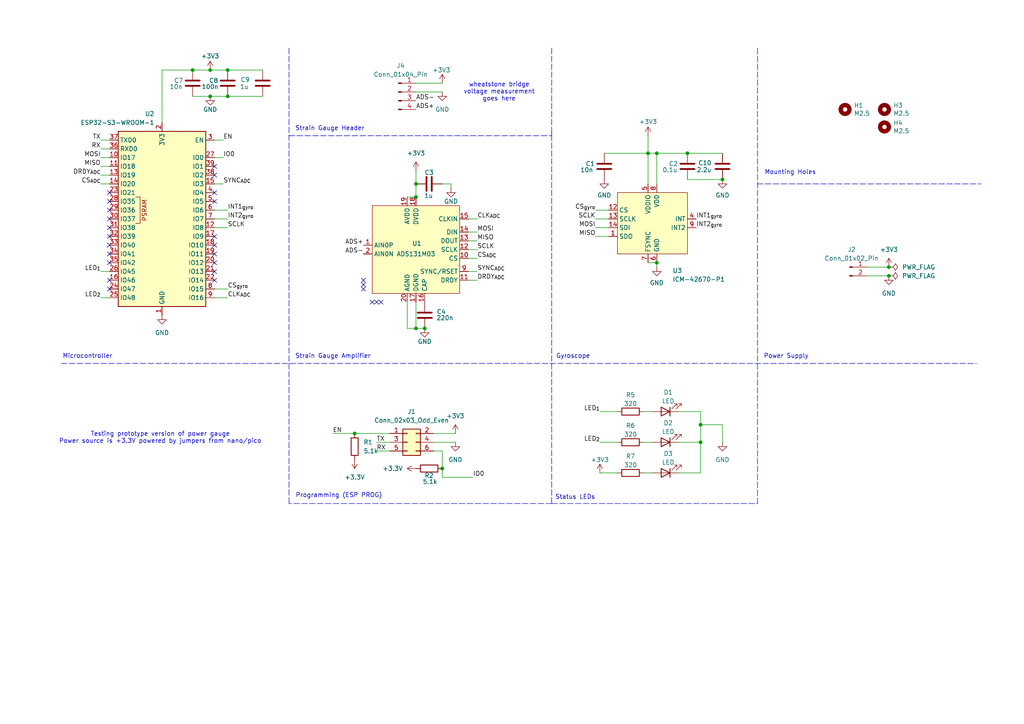
<source format=kicad_sch>
(kicad_sch (version 20250114) (generator "eeschema") (generator_version "9.0")
  (paper "A4")
  (lib_symbols
    (symbol "+3.3V_1" (power) (pin_numbers (hide yes)) (pin_names (offset 0) (hide yes))
      (property "Value" "+3.3V" (at 0 3.556 0))
      (symbol "+3.3V_1_0_1"
        (polyline (pts (xy -0.762 1.27) (xy 0 2.54)))
        (polyline (pts (xy 0 2.54) (xy 0.762 1.27)))
        (polyline (pts (xy 0 0) (xy 0 2.54)))
      )
      (symbol "+3.3V_1_1_1"
        (pin power_in line (at 0 0 90) (length 0) (name "~") (number "1"))
      )
    )
    (symbol "0_pwrmtr:ADS131M03"
      (property "Reference" "ADS131M03" (at -19.05 15.24 0))
      (symbol "ADS131M03_1_1"
        (rectangle (start -12.7 12.7) (end 12.7 -12.7) (fill (type background)))
        (pin input line (at -15.24 1.27 0) (length 2.54) (name "AIN0P") (number "1"))
        (pin input line (at -15.24 -1.27 0) (length 2.54) (name "AIN0N") (number "2"))
        (pin input line (at -15.24 -8.89 0) (length 2.54) (hide yes) (name "AIN1N") (number "3"))
        (pin input line (at -15.24 -10.16 0) (length 2.54) (hide yes) (name "AIN1P") (number "4"))
        (pin input line (at -15.24 -11.43 0) (length 2.54) (hide yes) (name "AIN2P") (number "5"))
        (pin input line (at -12.7 -15.24 90) (length 2.54) (hide yes) (name "AIN2N") (number "6"))
        (pin input line (at -11.43 -15.24 90) (length 2.54) (hide yes) (name "NC") (number "7"))
        (pin input line (at -10.16 -15.24 90) (length 2.54) (hide yes) (name "NC") (number "8"))
        (pin input line (at -2.54 15.24 270) (length 2.54) (name "AVDD") (number "19"))
        (pin input line (at -2.54 -15.24 90) (length 2.54) (name "AGND") (number "20"))
        (pin input line (at 0 15.24 270) (length 2.54) (name "DVDD") (number "18"))
        (pin input line (at 0 -15.24 90) (length 2.54) (name "DGND") (number "17"))
        (pin input line (at 2.54 -15.24 90) (length 2.54) (name "CAP") (number "16"))
        (pin input line (at 15.24 8.89 180) (length 2.54) (name "CLKIN") (number "15"))
        (pin input line (at 15.24 5.08 180) (length 2.54) (name "DIN") (number "14"))
        (pin input line (at 15.24 2.54 180) (length 2.54) (name "DOUT") (number "13"))
        (pin input line (at 15.24 0 180) (length 2.54) (name "SCLK") (number "12"))
        (pin input line (at 15.24 -2.54 180) (length 2.54) (name "CS") (number "10"))
        (pin input line (at 15.24 -6.35 180) (length 2.54) (name "SYNC/RSET") (number "9"))
        (pin input line (at 15.24 -8.89 180) (length 2.54) (name "DRDY") (number "11"))
      )
    )
    (symbol "0_pwrmtr:ICM-42670-P"
      (property "Reference" "ICM-42670-P" (at -21.59 12.7 0))
      (symbol "ICM-42670-P_1_1"
        (rectangle (start -10.16 8.89) (end 10.16 -8.89) (fill (type background)))
        (pin input line (at -12.7 3.81 0) (length 2.54) (name "CS") (number "12"))
        (pin input line (at -12.7 1.27 0) (length 2.54) (name "SCLK") (number "13"))
        (pin input line (at -12.7 -1.27 0) (length 2.54) (name "SDI") (number "14"))
        (pin input line (at -12.7 -3.81 0) (length 2.54) (name "SDO") (number "1"))
        (pin no_connect line (at -7.62 11.43 270) (length 2.54) (hide yes) (name "NC") (number "2"))
        (pin no_connect line (at -5.08 11.43 270) (length 2.54) (hide yes) (name "NC") (number "3"))
        (pin input line (at -1.27 11.43 270) (length 2.54) (name "VDDIO") (number "5"))
        (pin input line (at -1.27 -11.43 90) (length 2.54) (name "FSYNC") (number "7"))
        (pin input line (at 1.27 11.43 270) (length 2.54) (name "VDD") (number "8"))
        (pin input line (at 1.27 -11.43 90) (length 2.54) (name "GND") (number "6"))
        (pin no_connect line (at 5.08 11.43 270) (length 2.54) (hide yes) (name "NC") (number "10"))
        (pin no_connect line (at 7.62 11.43 270) (length 2.54) (hide yes) (name "NC") (number "11"))
        (pin input line (at 12.7 1.27 180) (length 2.54) (name "INT") (number "4"))
        (pin input line (at 12.7 -1.27 180) (length 2.54) (name "INT2") (number "9"))
      )
    )
    (symbol "Connector:Conn_01x02_Pin" (pin_names (offset 1.016) (hide yes))
      (property "Reference" "J" (at 0 2.54 0))
      (property "Value" "Conn_01x02_Pin" (at 0 -5.08 0))
      (symbol "Conn_01x02_Pin_1_1"
        (rectangle (start 0.8636 0.127) (end 0 -0.127) (stroke (width 0.1524)) (fill (type outline)))
        (rectangle (start 0.8636 -2.413) (end 0 -2.667) (stroke (width 0.1524)) (fill (type outline)))
        (polyline (pts (xy 1.27 0) (xy 0.8636 0)) (stroke (width 0.1524)))
        (polyline (pts (xy 1.27 -2.54) (xy 0.8636 -2.54)) (stroke (width 0.1524)))
        (pin passive line (at 5.08 0 180) (length 3.81) (name "Pin_1") (number "1"))
        (pin passive line (at 5.08 -2.54 180) (length 3.81) (name "Pin_2") (number "2"))
      )
    )
    (symbol "Connector:Conn_01x04_Pin" (pin_names (offset 1.016) (hide yes))
      (property "Reference" "J" (at 0 5.08 0))
      (property "Value" "Conn_01x04_Pin" (at 0 -7.62 0))
      (symbol "Conn_01x04_Pin_1_1"
        (rectangle (start 0.8636 2.667) (end 0 2.413) (stroke (width 0.1524)) (fill (type outline)))
        (rectangle (start 0.8636 0.127) (end 0 -0.127) (stroke (width 0.1524)) (fill (type outline)))
        (rectangle (start 0.8636 -2.413) (end 0 -2.667) (stroke (width 0.1524)) (fill (type outline)))
        (rectangle (start 0.8636 -4.953) (end 0 -5.207) (stroke (width 0.1524)) (fill (type outline)))
        (polyline (pts (xy 1.27 2.54) (xy 0.8636 2.54)) (stroke (width 0.1524)))
        (polyline (pts (xy 1.27 0) (xy 0.8636 0)) (stroke (width 0.1524)))
        (polyline (pts (xy 1.27 -2.54) (xy 0.8636 -2.54)) (stroke (width 0.1524)))
        (polyline (pts (xy 1.27 -5.08) (xy 0.8636 -5.08)) (stroke (width 0.1524)))
        (pin passive line (at 5.08 2.54 180) (length 3.81) (name "Pin_1") (number "1"))
        (pin passive line (at 5.08 0 180) (length 3.81) (name "Pin_2") (number "2"))
        (pin passive line (at 5.08 -2.54 180) (length 3.81) (name "Pin_3") (number "3"))
        (pin passive line (at 5.08 -5.08 180) (length 3.81) (name "Pin_4") (number "4"))
      )
    )
    (symbol "Connector_Generic:Conn_02x03_Odd_Even" (pin_names (offset 1.016) (hide yes))
      (property "Reference" "J" (at 1.27 5.08 0))
      (property "Value" "Conn_02x03_Odd_Even" (at 1.27 -5.08 0))
      (symbol "Conn_02x03_Odd_Even_1_1"
        (rectangle (start -1.27 3.81) (end 3.81 -3.81) (stroke (width 0.254)) (fill (type background)))
        (rectangle (start -1.27 2.667) (end 0 2.413) (stroke (width 0.1524)))
        (rectangle (start -1.27 0.127) (end 0 -0.127) (stroke (width 0.1524)))
        (rectangle (start -1.27 -2.413) (end 0 -2.667) (stroke (width 0.1524)))
        (rectangle (start 3.81 2.667) (end 2.54 2.413) (stroke (width 0.1524)))
        (rectangle (start 3.81 0.127) (end 2.54 -0.127) (stroke (width 0.1524)))
        (rectangle (start 3.81 -2.413) (end 2.54 -2.667) (stroke (width 0.1524)))
        (pin passive line (at -5.08 2.54 0) (length 3.81) (name "Pin_1") (number "1"))
        (pin passive line (at -5.08 0 0) (length 3.81) (name "Pin_3") (number "3"))
        (pin passive line (at -5.08 -2.54 0) (length 3.81) (name "Pin_5") (number "5"))
        (pin passive line (at 7.62 2.54 180) (length 3.81) (name "Pin_2") (number "2"))
        (pin passive line (at 7.62 0 180) (length 3.81) (name "Pin_4") (number "4"))
        (pin passive line (at 7.62 -2.54 180) (length 3.81) (name "Pin_6") (number "6"))
      )
    )
    (symbol "Device:C" (pin_numbers (hide yes)) (pin_names (offset 0.254))
      (property "Reference" "C" (at 0.635 2.54 0))
      (property "Value" "C" (at 0.635 -2.54 0))
      (symbol "C_0_1"
        (polyline (pts (xy -2.032 0.762) (xy 2.032 0.762)) (stroke (width 0.508)))
        (polyline (pts (xy -2.032 -0.762) (xy 2.032 -0.762)) (stroke (width 0.508)))
      )
      (symbol "C_1_1"
        (pin passive line (at 0 3.81 270) (length 2.794) (name "~") (number "1"))
        (pin passive line (at 0 -3.81 90) (length 2.794) (name "~") (number "2"))
      )
    )
    (symbol "Device:LED" (pin_numbers (hide yes)) (pin_names (offset 1.016) (hide yes))
      (property "Reference" "D" (at 0 2.54 0))
      (property "Value" "LED" (at 0 -2.54 0))
      (symbol "LED_0_1"
        (polyline (pts (xy -3.048 -0.762) (xy -4.572 -2.286) (xy -3.81 -2.286) (xy -4.572 -2.286) (xy -4.572 -1.524)))
        (polyline (pts (xy -1.778 -0.762) (xy -3.302 -2.286) (xy -2.54 -2.286) (xy -3.302 -2.286) (xy -3.302 -1.524)))
        (polyline (pts (xy -1.27 0) (xy 1.27 0)))
        (polyline (pts (xy -1.27 -1.27) (xy -1.27 1.27)) (stroke (width 0.254)))
        (polyline (pts (xy 1.27 -1.27) (xy 1.27 1.27) (xy -1.27 0) (xy 1.27 -1.27)) (stroke (width 0.254)))
      )
      (symbol "LED_1_1"
        (pin passive line (at -3.81 0 0) (length 2.54) (name "K") (number "1"))
        (pin passive line (at 3.81 0 180) (length 2.54) (name "A") (number "2"))
      )
    )
    (symbol "Device:R" (pin_numbers (hide yes)) (pin_names (offset 0))
      (property "Reference" "R" (at 2.032 0 90))
      (property "Value" "R" (at 0 0 90))
      (symbol "R_0_1"
        (rectangle (start -1.016 -2.54) (end 1.016 2.54) (stroke (width 0.254)))
      )
      (symbol "R_1_1"
        (pin passive line (at 0 3.81 270) (length 1.27) (name "~") (number "1"))
        (pin passive line (at 0 -3.81 90) (length 1.27) (name "~") (number "2"))
      )
    )
    (symbol "Mechanical:MountingHole" (pin_names (offset 1.016))
      (property "Reference" "H" (at 0 5.08 0))
      (property "Value" "MountingHole" (at 0 3.175 0))
      (symbol "MountingHole_0_1"
        (circle (center 0 0) (radius 1.27) (stroke (width 1.27)))
      )
    )
    (symbol "RF_Module:ESP32-S3-WROOM-1"
      (property "Reference" "U" (at -12.7 26.67 0))
      (property "Value" "ESP32-S3-WROOM-1" (at 12.7 26.67 0))
      (symbol "ESP32-S3-WROOM-1_0_0"
        (rectangle (start -12.7 25.4) (end 12.7 -25.4) (stroke (width 0.254)) (fill (type background)))
        (text "PSRAM" (at 5.08 2.54 900) (effects (font (size 1.27 1.27))))
      )
      (symbol "ESP32-S3-WROOM-1_0_1"
        (polyline (pts (xy 7.62 -1.27) (xy 6.35 -1.27) (xy 6.35 6.35) (xy 7.62 6.35)))
      )
      (symbol "ESP32-S3-WROOM-1_1_1"
        (pin input line (at -15.24 22.86 0) (length 2.54) (name "EN") (number "3"))
        (pin bidirectional line (at -15.24 17.78 0) (length 2.54) (name "IO0") (number "27"))
        (pin bidirectional line (at -15.24 15.24 0) (length 2.54) (name "IO1") (number "39"))
        (pin bidirectional line (at -15.24 12.7 0) (length 2.54) (name "IO2") (number "38"))
        (pin bidirectional line (at -15.24 10.16 0) (length 2.54) (name "IO3") (number "15"))
        (pin bidirectional line (at -15.24 7.62 0) (length 2.54) (name "IO4") (number "4"))
        (pin bidirectional line (at -15.24 5.08 0) (length 2.54) (name "IO5") (number "5"))
        (pin bidirectional line (at -15.24 2.54 0) (length 2.54) (name "IO6") (number "6"))
        (pin bidirectional line (at -15.24 0 0) (length 2.54) (name "IO7") (number "7"))
        (pin bidirectional line (at -15.24 -2.54 0) (length 2.54) (name "IO8") (number "12"))
        (pin bidirectional line (at -15.24 -5.08 0) (length 2.54) (name "IO9") (number "17"))
        (pin bidirectional line (at -15.24 -7.62 0) (length 2.54) (name "IO10") (number "18"))
        (pin bidirectional line (at -15.24 -10.16 0) (length 2.54) (name "IO11") (number "19"))
        (pin bidirectional line (at -15.24 -12.7 0) (length 2.54) (name "IO12") (number "20"))
        (pin bidirectional line (at -15.24 -15.24 0) (length 2.54) (name "IO13") (number "21"))
        (pin bidirectional line (at -15.24 -17.78 0) (length 2.54) (name "IO14") (number "22"))
        (pin bidirectional line (at -15.24 -20.32 0) (length 2.54) (name "IO15") (number "8"))
        (pin bidirectional line (at -15.24 -22.86 0) (length 2.54) (name "IO16") (number "9"))
        (pin power_in line (at 0 27.94 270) (length 2.54) (name "3V3") (number "2"))
        (pin power_in line (at 0 -27.94 90) (length 2.54) (name "GND") (number "1"))
        (pin passive line (at 0 -27.94 90) (length 2.54) (hide yes) (name "GND") (number "40"))
        (pin passive line (at 0 -27.94 90) (length 2.54) (hide yes) (name "GND") (number "41"))
        (pin bidirectional line (at 15.24 22.86 180) (length 2.54) (name "TXD0") (number "37"))
        (pin bidirectional line (at 15.24 20.32 180) (length 2.54) (name "RXD0") (number "36"))
        (pin bidirectional line (at 15.24 17.78 180) (length 2.54) (name "IO17") (number "10"))
        (pin bidirectional line (at 15.24 15.24 180) (length 2.54) (name "IO18") (number "11"))
        (pin bidirectional line (at 15.24 12.7 180) (length 2.54) (name "IO19") (number "13"))
        (pin bidirectional line (at 15.24 10.16 180) (length 2.54) (name "IO20") (number "14"))
        (pin bidirectional line (at 15.24 7.62 180) (length 2.54) (name "IO21") (number "23"))
        (pin bidirectional line (at 15.24 5.08 180) (length 2.54) (name "IO35") (number "28"))
        (pin bidirectional line (at 15.24 2.54 180) (length 2.54) (name "IO36") (number "29"))
        (pin bidirectional line (at 15.24 0 180) (length 2.54) (name "IO37") (number "30"))
        (pin bidirectional line (at 15.24 -2.54 180) (length 2.54) (name "IO38") (number "31"))
        (pin bidirectional line (at 15.24 -5.08 180) (length 2.54) (name "IO39") (number "32"))
        (pin bidirectional line (at 15.24 -7.62 180) (length 2.54) (name "IO40") (number "33"))
        (pin bidirectional line (at 15.24 -10.16 180) (length 2.54) (name "IO41") (number "34"))
        (pin bidirectional line (at 15.24 -12.7 180) (length 2.54) (name "IO42") (number "35"))
        (pin bidirectional line (at 15.24 -15.24 180) (length 2.54) (name "IO45") (number "26"))
        (pin bidirectional line (at 15.24 -17.78 180) (length 2.54) (name "IO46") (number "16"))
        (pin bidirectional line (at 15.24 -20.32 180) (length 2.54) (name "IO47") (number "24"))
        (pin bidirectional line (at 15.24 -22.86 180) (length 2.54) (name "IO48") (number "25"))
      )
    )
    (symbol "power:+3.3V" (power) (pin_names (offset 0))
      (property "Value" "+3.3V" (at 0 3.556 0))
      (symbol "+3.3V_0_1"
        (polyline (pts (xy -0.762 1.27) (xy 0 2.54)))
        (polyline (pts (xy 0 2.54) (xy 0.762 1.27)))
        (polyline (pts (xy 0 0) (xy 0 2.54)))
      )
      (symbol "+3.3V_1_1"
        (pin power_in line (at 0 0 90) (length 0) (hide yes) (name "+3.3V") (number "1"))
      )
    )
    (symbol "power:+3V3" (power) (pin_numbers (hide yes)) (pin_names (offset 0) (hide yes))
      (property "Value" "+3V3" (at 0 3.556 0))
      (symbol "+3V3_0_1"
        (polyline (pts (xy -0.762 1.27) (xy 0 2.54)))
        (polyline (pts (xy 0 2.54) (xy 0.762 1.27)))
        (polyline (pts (xy 0 0) (xy 0 2.54)))
      )
      (symbol "+3V3_1_1"
        (pin power_in line (at 0 0 90) (length 0) (name "~") (number "1"))
      )
    )
    (symbol "power:GND" (power) (pin_numbers (hide yes)) (pin_names (offset 0) (hide yes))
      (property "Value" "GND" (at 0 -3.81 0))
      (symbol "GND_0_1"
        (polyline (pts (xy 0 0) (xy 0 -1.27) (xy 1.27 -1.27) (xy 0 -2.54) (xy -1.27 -1.27) (xy 0 -1.27)))
      )
      (symbol "GND_1_1"
        (pin power_in line (at 0 0 270) (length 0) (name "~") (number "1"))
      )
    )
    (symbol "power:PWR_FLAG" (power) (pin_numbers (hide yes)) (pin_names (offset 0) (hide yes))
      (property "Value" "PWR_FLAG" (at 0 3.81 0))
      (symbol "PWR_FLAG_0_0"
        (pin power_out line (at 0 0 90) (length 0) (name "~") (number "1"))
      )
      (symbol "PWR_FLAG_0_1"
        (polyline (pts (xy 0 0) (xy 0 1.27) (xy -1.016 1.905) (xy 0 2.54) (xy 1.016 1.905) (xy 0 1.27)))
      )
    )
  )
  (text "Programming (ESP PROG)" (at 98.298 143.764 0) (effects (font (size 1.27 1.27))))
  (text "Strain Gauge Amplifier" (at 85.598 103.378 0) (effects (font (size 1.27 1.27)) (justify left)))
  (text "Strain Gauge Header" (at 85.598 37.338 0) (effects (font (size 1.27 1.27)) (justify left)))
  (text "Gyroscope" (at 161.29 103.378 0) (effects (font (size 1.27 1.27)) (justify left)))
  (text "Microcontroller" (at 25.4 103.378 0) (effects (font (size 1.27 1.27))))
  (text "Status LEDs" (at 161.036 144.272 0) (effects (font (size 1.27 1.27)) (justify left)))
  (text "Testing prototype version of power gauge\nPower source is +3.3V powered by jumpers from nano/pico" (at 46.482 127 0) (effects (font (size 1.27 1.27))))
  (text "wheatstone bridge\nvoltage measurement\ngoes here" (at 144.78 26.67 0) (effects (font (size 1.27 1.27))))
  (text "Mounting Holes" (at 221.742 50.8 0) (effects (font (size 1.27 1.27)) (justify left bottom)))
  (text "Power Supply" (at 221.488 103.378 0) (effects (font (size 1.27 1.27)) (justify left)))
  (junction (at 190.5 44.45))
  (junction (at 60.96 20.32))
  (junction (at 257.81 77.47))
  (junction (at 123.19 95.25))
  (junction (at 120.65 53.34))
  (junction (at 66.04 20.32))
  (junction (at 120.65 57.15))
  (junction (at 102.87 125.73))
  (junction (at 60.96 27.94))
  (junction (at 66.04 27.94))
  (junction (at 203.2 128.27))
  (junction (at 187.96 44.45))
  (junction (at 203.2 123.19))
  (junction (at 55.88 20.32))
  (junction (at 190.5 76.2))
  (junction (at 257.81 80.01))
  (junction (at 199.39 44.45))
  (junction (at 209.55 52.07))
  (junction (at 128.27 135.89))
  (junction (at 120.65 95.25))
  (no_connect (at 62.23 81.28))
  (no_connect (at 62.23 68.58))
  (no_connect (at 62.23 78.74))
  (no_connect (at 62.23 73.66))
  (no_connect (at 62.23 55.88))
  (no_connect (at 31.75 76.2))
  (no_connect (at 31.75 83.82))
  (no_connect (at 31.75 71.12))
  (no_connect (at 31.75 63.5))
  (no_connect (at 31.75 68.58))
  (no_connect (at 31.75 81.28))
  (no_connect (at 62.23 50.8))
  (no_connect (at 62.23 76.2))
  (no_connect (at 105.41 81.28))
  (no_connect (at 105.41 82.55))
  (no_connect (at 105.41 83.82))
  (no_connect (at 62.23 48.26))
  (no_connect (at 31.75 55.88))
  (no_connect (at 31.75 58.42))
  (no_connect (at 31.75 66.04))
  (no_connect (at 62.23 71.12))
  (no_connect (at 107.95 87.63))
  (no_connect (at 62.23 58.42))
  (no_connect (at 109.22 87.63))
  (no_connect (at 110.49 87.63))
  (no_connect (at 31.75 60.96))
  (no_connect (at 31.75 73.66))
  (wire (pts (xy 62.23 40.64) (xy 64.77 40.64)))
  (polyline (pts (xy 83.82 105.41) (xy 83.82 146.05)) (stroke (width 0) (type dash)))
  (wire (pts (xy 109.22 130.81) (xy 113.03 130.81)))
  (polyline (pts (xy 160.02 105.41) (xy 160.02 146.05)) (stroke (width 0) (type dash)))
  (wire (pts (xy 29.21 53.34) (xy 31.75 53.34)))
  (wire (pts (xy 203.2 128.27) (xy 203.2 137.16)))
  (wire (pts (xy 172.72 63.5) (xy 176.53 63.5)))
  (wire (pts (xy 128.27 130.81) (xy 125.73 130.81)))
  (wire (pts (xy 60.96 27.94) (xy 66.04 27.94)))
  (wire (pts (xy 46.99 20.32) (xy 55.88 20.32)))
  (wire (pts (xy 120.65 87.63) (xy 120.65 95.25)))
  (polyline (pts (xy 160.02 146.05) (xy 83.82 146.05)) (stroke (width 0) (type dash)))
  (wire (pts (xy 62.23 45.72) (xy 64.77 45.72)))
  (wire (pts (xy 66.04 27.94) (xy 76.2 27.94)))
  (wire (pts (xy 66.04 83.82) (xy 62.23 83.82)))
  (polyline (pts (xy 83.82 13.97) (xy 83.82 105.41)) (stroke (width 0) (type dash)))
  (wire (pts (xy 186.69 137.16) (xy 189.23 137.16)))
  (wire (pts (xy 62.23 63.5) (xy 66.04 63.5)))
  (wire (pts (xy 55.88 20.32) (xy 60.96 20.32)))
  (wire (pts (xy 186.69 119.38) (xy 189.23 119.38)))
  (wire (pts (xy 29.21 43.18) (xy 31.75 43.18)))
  (wire (pts (xy 135.89 63.5) (xy 138.43 63.5)))
  (polyline (pts (xy 160.02 146.05) (xy 219.71 146.05)) (stroke (width 0) (type dash)))
  (wire (pts (xy 118.11 95.25) (xy 120.65 95.25)))
  (wire (pts (xy 62.23 86.36) (xy 66.04 86.36)))
  (wire (pts (xy 203.2 119.38) (xy 203.2 123.19)))
  (wire (pts (xy 187.96 44.45) (xy 187.96 53.34)))
  (wire (pts (xy 118.11 87.63) (xy 118.11 95.25)))
  (wire (pts (xy 118.11 57.15) (xy 120.65 57.15)))
  (wire (pts (xy 172.72 60.96) (xy 176.53 60.96)))
  (wire (pts (xy 62.23 53.34) (xy 64.77 53.34)))
  (wire (pts (xy 172.72 68.58) (xy 176.53 68.58)))
  (wire (pts (xy 175.26 44.45) (xy 187.96 44.45)))
  (wire (pts (xy 199.39 44.45) (xy 209.55 44.45)))
  (wire (pts (xy 128.27 24.13) (xy 120.65 24.13)))
  (polyline (pts (xy 160.02 39.37) (xy 160.02 38.1)) (stroke (width 0) (type dash)))
  (wire (pts (xy 257.81 77.47) (xy 251.46 77.47)))
  (wire (pts (xy 187.96 39.37) (xy 187.96 44.45)))
  (polyline (pts (xy 219.71 146.05) (xy 219.71 105.41)) (stroke (width 0) (type dash)))
  (wire (pts (xy 46.99 20.32) (xy 46.99 35.56)))
  (wire (pts (xy 135.89 81.28) (xy 138.43 81.28)))
  (wire (pts (xy 132.08 128.27) (xy 125.73 128.27)))
  (wire (pts (xy 135.89 78.74) (xy 138.43 78.74)))
  (wire (pts (xy 132.08 125.73) (xy 125.73 125.73)))
  (wire (pts (xy 187.96 44.45) (xy 190.5 44.45)))
  (wire (pts (xy 203.2 123.19) (xy 209.55 123.19)))
  (wire (pts (xy 203.2 123.19) (xy 203.2 128.27)))
  (wire (pts (xy 66.04 20.32) (xy 76.2 20.32)))
  (wire (pts (xy 29.21 86.36) (xy 31.75 86.36)))
  (wire (pts (xy 102.87 125.73) (xy 113.03 125.73)))
  (wire (pts (xy 120.65 53.34) (xy 120.65 57.15)))
  (wire (pts (xy 29.21 50.8) (xy 31.75 50.8)))
  (wire (pts (xy 173.99 119.38) (xy 179.07 119.38)))
  (wire (pts (xy 29.21 48.26) (xy 31.75 48.26)))
  (wire (pts (xy 62.23 66.04) (xy 66.04 66.04)))
  (wire (pts (xy 29.21 45.72) (xy 31.75 45.72)))
  (wire (pts (xy 62.23 60.96) (xy 66.04 60.96)))
  (wire (pts (xy 190.5 44.45) (xy 199.39 44.45)))
  (wire (pts (xy 29.21 78.74) (xy 31.75 78.74)))
  (wire (pts (xy 128.27 26.67) (xy 120.65 26.67)))
  (wire (pts (xy 128.27 53.34) (xy 130.81 53.34)))
  (wire (pts (xy 55.88 27.94) (xy 60.96 27.94)))
  (polyline (pts (xy 219.71 13.97) (xy 219.71 105.41)) (stroke (width 0) (type dash)))
  (polyline (pts (xy 83.82 39.37) (xy 160.02 39.37)) (stroke (width 0) (type dash)))
  (wire (pts (xy 96.52 125.73) (xy 102.87 125.73)))
  (wire (pts (xy 135.89 74.93) (xy 138.43 74.93)))
  (wire (pts (xy 190.5 77.47) (xy 190.5 76.2)))
  (wire (pts (xy 196.85 128.27) (xy 203.2 128.27)))
  (wire (pts (xy 190.5 53.34) (xy 190.5 44.45)))
  (wire (pts (xy 29.21 40.64) (xy 31.75 40.64)))
  (wire (pts (xy 130.81 53.34) (xy 130.81 54.61)))
  (wire (pts (xy 251.46 80.01) (xy 257.81 80.01)))
  (wire (pts (xy 173.99 137.16) (xy 179.07 137.16)))
  (wire (pts (xy 60.96 20.32) (xy 66.04 20.32)))
  (wire (pts (xy 196.85 119.38) (xy 203.2 119.38)))
  (wire (pts (xy 120.65 95.25) (xy 123.19 95.25)))
  (wire (pts (xy 120.65 49.53) (xy 120.65 53.34)))
  (wire (pts (xy 209.55 123.19) (xy 209.55 128.27)))
  (polyline (pts (xy 219.71 53.34) (xy 284.48 53.34)) (stroke (width 0) (type dash)))
  (wire (pts (xy 187.96 76.2) (xy 190.5 76.2)))
  (wire (pts (xy 135.89 72.39) (xy 138.43 72.39)))
  (wire (pts (xy 128.27 135.89) (xy 128.27 138.43)))
  (wire (pts (xy 135.89 67.31) (xy 138.43 67.31)))
  (wire (pts (xy 199.39 52.07) (xy 209.55 52.07)))
  (wire (pts (xy 186.69 128.27) (xy 189.23 128.27)))
  (wire (pts (xy 137.16 138.43) (xy 128.27 138.43)))
  (wire (pts (xy 135.89 69.85) (xy 138.43 69.85)))
  (wire (pts (xy 109.22 128.27) (xy 113.03 128.27)))
  (wire (pts (xy 173.99 128.27) (xy 179.07 128.27)))
  (wire (pts (xy 172.72 66.04) (xy 176.53 66.04)))
  (polyline (pts (xy 17.78 105.41) (xy 283.21 105.41)) (stroke (width 0) (type dash)))
  (polyline (pts (xy 160.02 13.97) (xy 160.02 105.41)) (stroke (width 0) (type dash)))
  (wire (pts (xy 128.27 130.81) (xy 128.27 135.89)))
  (wire (pts (xy 196.85 137.16) (xy 203.2 137.16)))
  (label "SYNC_{ADC}" (at 64.77 53.34 0))
  (label "CS_{gyro}" (at 172.72 60.96 180))
  (label "INT2_{gyro}" (at 201.93 66.04 0))
  (label "INT2_{gyro}" (at 66.04 63.5 0))
  (label "IO0" (at 137.16 138.43 0))
  (label "ADS+" (at 105.41 71.12 180))
  (label "DRDY_{ADC}" (at 138.43 81.28 0))
  (label "MISO" (at 138.43 69.85 0))
  (label "SCLK" (at 138.43 72.39 0))
  (label "LED_{1}" (at 29.21 78.74 180))
  (label "CLK_{ADC}" (at 138.43 63.5 0))
  (label "CS_{ADC}" (at 29.21 53.34 180))
  (label "ADS+" (at 120.65 31.75 0))
  (label "EN" (at 64.77 40.64 0))
  (label "LED_{2}" (at 173.99 128.27 180))
  (label "MOSI" (at 29.21 45.72 180))
  (label "CS_{ADC}" (at 138.43 74.93 0))
  (label "INT1_{gyro}" (at 66.04 60.96 0))
  (label "MOSI" (at 138.43 67.31 0))
  (label "ADS-" (at 120.65 29.21 0))
  (label "RX" (at 109.22 130.81 0))
  (label "IO0" (at 64.77 45.72 0))
  (label "SCLK" (at 172.72 63.5 180))
  (label "RX" (at 29.21 43.18 180))
  (label "DRDY_{ADC}" (at 29.21 50.8 180))
  (label "INT1_{gyro}" (at 201.93 63.5 0))
  (label "TX" (at 29.21 40.64 180))
  (label "LED_{1}" (at 173.99 119.38 180))
  (label "SYNC_{ADC}" (at 138.43 78.74 0))
  (label "CLK_{ADC}" (at 66.04 86.36 0))
  (label "TX" (at 109.22 128.27 0))
  (label "LED_{2}" (at 29.21 86.36 180))
  (label "CS_{gyro}" (at 66.04 83.82 0))
  (label "MISO" (at 29.21 48.26 180))
  (label "EN" (at 96.52 125.73 0))
  (label "MOSI" (at 172.72 66.04 180))
  (label "MISO" (at 172.72 68.58 180))
  (label "SCLK" (at 66.04 66.04 0))
  (label "ADS-" (at 105.41 73.66 180))
  (symbol (lib_name "+3.3V_1") (lib_id "power:+3.3V") (at 120.65 135.89 90) (unit 1)
    (property "Reference" "#PWR013" (effects (hide yes)))
    (property "Value" "+3.3V" (at 116.84 135.8899 90) (effects (justify left)))
    (property "Description" "Power symbol creates a global label with name \"+3.3V\"" (effects (hide yes)))
  )
  (symbol (lib_id "Device:LED") (at 193.04 119.38 180) (unit 1)
    (property "Reference" "D1" (at 193.802 113.792 0))
    (property "Value" "LED" (at 193.802 116.332 0))
    (property "Footprint" "LED_SMD:LED_0603_1608Metric" (effects (hide yes)))
    (property "Description" "Light emitting diode" (effects (hide yes)))
  )
  (symbol (lib_id "power:PWR_FLAG") (at 257.81 80.01 270) (unit 1)
    (property "Reference" "#FLG02" (effects (hide yes)))
    (property "Value" "PWR_FLAG" (at 261.62 80.0099 90) (effects (justify left)))
    (property "Description" "Special symbol for telling ERC where power comes from" (effects (hide yes)))
  )
  (symbol (lib_id "power:GND") (at 130.81 54.61 0) (unit 1)
    (property "Reference" "#PWR010" (effects (hide yes)))
    (property "Value" "GND" (at 130.81 58.42 0))
    (property "Description" "Power symbol creates a global label with name \"GND\" , ground" (effects (hide yes)))
  )
  (symbol (lib_id "0_pwrmtr:ICM-42670-P") (at 189.23 64.77 0) (unit 1)
    (property "Reference" "U3" (at 195.072 78.486 0) (effects (justify left)))
    (property "Value" "ICM-42670-P1" (at 195.072 81.026 0) (effects (justify left)))
    (property "Footprint" "Package_LGA:LGA-14_3x2.5mm_P0.5mm_LayoutBorder3x4y" (effects (hide yes)))
  )
  (symbol (lib_id "power:GND") (at 128.27 26.67 0) (unit 1)
    (property "Reference" "#PWR027" (effects (hide yes)))
    (property "Value" "GND" (at 128.27 31.75 0))
    (property "Description" "Power symbol creates a global label with name \"GND\" , ground" (effects (hide yes)))
  )
  (symbol (lib_id "power:+3V3") (at 120.65 49.53 0) (unit 1)
    (property "Reference" "#PWR011" (effects (hide yes)))
    (property "Value" "+3V3" (at 120.65 44.45 0))
    (property "Description" "Power symbol creates a global label with name \"+3V3\"" (effects (hide yes)))
  )
  (symbol (lib_id "power:GND") (at 175.26 52.07 0) (unit 1)
    (property "Reference" "#PWR037" (effects (hide yes)))
    (property "Value" "GND" (at 175.26 56.642 0))
    (property "Description" "Power symbol creates a global label with name \"GND\" , ground" (effects (hide yes)))
  )
  (symbol (lib_id "Device:C") (at 124.46 53.34 270) (unit 1)
    (property "Reference" "C3" (at 124.46 50.038 90))
    (property "Value" "1u" (at 124.333 56.769 90))
    (property "Footprint" "Capacitor_SMD:C_0603_1608Metric" (effects (hide yes)))
    (property "Description" "Unpolarized capacitor" (effects (hide yes)))
  )
  (symbol (lib_id "power:GND") (at 257.81 80.01 0) (unit 1)
    (property "Reference" "#PWR05" (effects (hide yes)))
    (property "Value" "GND" (at 257.81 85.09 0))
    (property "Description" "Power symbol creates a global label with name \"GND\" , ground" (effects (hide yes)))
  )
  (symbol (lib_id "Device:R") (at 182.88 137.16 90) (unit 1)
    (property "Reference" "R7" (at 182.88 132.334 90))
    (property "Value" "320" (at 182.88 134.874 90))
    (property "Footprint" "Resistor_SMD:R_0603_1608Metric" (effects (hide yes)))
    (property "Description" "Resistor" (effects (hide yes)))
  )
  (symbol (lib_name "+3.3V_1") (lib_id "power:+3.3V") (at 102.87 133.35 180) (unit 1)
    (property "Reference" "#PWR09" (effects (hide yes)))
    (property "Value" "+3.3V" (at 102.87 138.43 0))
    (property "Description" "Power symbol creates a global label with name \"+3.3V\"" (effects (hide yes)))
  )
  (symbol (lib_id "power:GND") (at 46.99 91.44 0) (unit 1)
    (property "Reference" "#PWR07" (effects (hide yes)))
    (property "Value" "GND" (at 46.99 96.52 0))
    (property "Description" "Power symbol creates a global label with name \"GND\" , ground" (effects (hide yes)))
  )
  (symbol (lib_id "power:PWR_FLAG") (at 257.81 77.47 270) (unit 1)
    (property "Reference" "#FLG01" (effects (hide yes)))
    (property "Value" "PWR_FLAG" (at 261.62 77.4699 90) (effects (justify left)))
    (property "Description" "Special symbol for telling ERC where power comes from" (effects (hide yes)))
  )
  (symbol (lib_id "power:GND") (at 60.96 27.94 0) (unit 1)
    (property "Reference" "#PWR06" (effects (hide yes)))
    (property "Value" "GND" (at 60.96 31.75 0))
    (property "Description" "Power symbol creates a global label with name \"GND\" , ground" (effects (hide yes)))
  )
  (symbol (lib_id "Mechanical:MountingHole") (at 245.11 31.75 0) (unit 1)
    (property "Reference" "H1" (at 247.65 30.5816 0) (effects (justify left)))
    (property "Value" "M2.5" (at 247.65 32.893 0) (effects (justify left)))
    (property "Footprint" "MountingHole:MountingHole_2.7mm_M2.5" (effects (hide yes)))
  )
  (symbol (lib_id "Device:C") (at 123.19 91.44 180) (unit 1)
    (property "Reference" "C4" (at 128.016 90.424 0))
    (property "Value" "220n" (at 129.032 92.202 0))
    (property "Footprint" "Capacitor_SMD:C_0603_1608Metric" (effects (hide yes)))
    (property "Description" "Unpolarized capacitor" (effects (hide yes)))
  )
  (symbol (lib_id "Device:C") (at 175.26 48.26 180) (unit 1)
    (property "Reference" "C1" (at 171.196 47.498 0))
    (property "Value" "10n" (at 170.18 49.276 0))
    (property "Footprint" "Capacitor_SMD:C_0603_1608Metric" (effects (hide yes)))
    (property "Description" "Unpolarized capacitor" (effects (hide yes)))
  )
  (symbol (lib_id "power:+3V3") (at 187.96 39.37 0) (unit 1)
    (property "Reference" "#PWR024" (effects (hide yes)))
    (property "Value" "+3V3" (at 187.96 35.306 0))
    (property "Description" "Power symbol creates a global label with name \"+3V3\"" (effects (hide yes)))
  )
  (symbol (lib_id "Connector:Conn_01x02_Pin") (at 246.38 77.47 0) (unit 1)
    (property "Reference" "J2" (at 247.015 72.39 0))
    (property "Value" "Conn_01x02_Pin" (at 247.015 74.93 0))
    (property "Footprint" "Connector_PinHeader_2.00mm:PinHeader_1x02_P2.00mm_Vertical" (effects (hide yes)))
    (property "Description" "Generic connector, single row, 01x02, script generated" (effects (hide yes)))
  )
  (symbol (lib_id "Connector:Conn_01x04_Pin") (at 115.57 26.67 0) (unit 1)
    (property "Reference" "J4" (at 116.205 19.05 0))
    (property "Value" "Conn_01x04_Pin" (at 116.205 21.59 0))
    (property "Footprint" "Connector_JST:JST_XH_S4B-XH-A_1x04_P2.50mm_Horizontal" (effects (hide yes)))
    (property "Description" "Generic connector, single row, 01x04, script generated" (effects (hide yes)))
  )
  (symbol (lib_id "Device:R") (at 102.87 129.54 0) (unit 1)
    (property "Reference" "R1" (at 105.41 128.2699 0) (effects (justify left)))
    (property "Value" "5.1k" (at 105.41 130.8099 0) (effects (justify left)))
    (property "Footprint" "Resistor_SMD:R_0603_1608Metric" (effects (hide yes)))
    (property "Description" "Resistor" (effects (hide yes)))
  )
  (symbol (lib_id "power:+3V3") (at 132.08 125.73 0) (unit 1)
    (property "Reference" "#PWR03" (effects (hide yes)))
    (property "Value" "+3V3" (at 132.08 120.65 0))
    (property "Description" "Power symbol creates a global label with name \"+3V3\"" (effects (hide yes)))
  )
  (symbol (lib_id "Device:R") (at 124.46 135.89 90) (unit 1)
    (property "Reference" "R2" (at 124.46 137.922 90))
    (property "Value" "5.1k" (at 124.714 139.7 90))
    (property "Footprint" "Resistor_SMD:R_0603_1608Metric" (effects (hide yes)))
    (property "Description" "Resistor" (effects (hide yes)))
  )
  (symbol (lib_id "RF_Module:ESP32-S3-WROOM-1") (at 46.99 63.5 0) (mirror y) (unit 1)
    (property "Reference" "U2" (at 44.7959 33.02 0) (effects (justify left)))
    (property "Value" "ESP32-S3-WROOM-1" (at 44.7959 35.56 0) (effects (justify left)))
    (property "Footprint" "RF_Module:ESP32-S3-WROOM-1" (effects (hide yes)))
    (property "Datasheet" "https://www.espressif.com/sites/default/files/documentation/esp32-s3-wroom-1_wroom-1u_datasheet_en.pdf" (effects (hide yes)))
    (property "Description" "RF Module, ESP32-S3 SoC, Wi-Fi 802.11b/g/n, Bluetooth, BLE, 32-bit, 3.3V, onboard antenna, SMD" (effects (hide yes)))
  )
  (symbol (lib_id "power:+3V3") (at 128.27 24.13 0) (unit 1)
    (property "Reference" "#PWR026" (effects (hide yes)))
    (property "Value" "+3V3" (at 128.016 20.32 0))
    (property "Description" "Power symbol creates a global label with name \"+3V3\"" (effects (hide yes)))
  )
  (symbol (lib_id "Mechanical:MountingHole") (at 256.54 31.75 0) (unit 1)
    (property "Reference" "H3" (at 259.08 30.5816 0) (effects (justify left)))
    (property "Value" "M2.5" (at 259.08 32.893 0) (effects (justify left)))
    (property "Footprint" "MountingHole:MountingHole_2.7mm_M2.5" (effects (hide yes)))
  )
  (symbol (lib_id "power:+3V3") (at 257.81 77.47 0) (unit 1)
    (property "Reference" "#PWR04" (effects (hide yes)))
    (property "Value" "+3V3" (at 257.81 72.39 0))
    (property "Description" "Power symbol creates a global label with name \"+3V3\"" (effects (hide yes)))
  )
  (symbol (lib_id "power:GND") (at 209.55 52.07 0) (unit 1)
    (property "Reference" "#PWR034" (effects (hide yes)))
    (property "Value" "GND" (at 209.55 56.642 0))
    (property "Description" "Power symbol creates a global label with name \"GND\" , ground" (effects (hide yes)))
  )
  (symbol (lib_id "power:GND") (at 123.19 95.25 0) (unit 1)
    (property "Reference" "#PWR02" (effects (hide yes)))
    (property "Value" "GND" (at 123.19 99.06 0))
    (property "Description" "Power symbol creates a global label with name \"GND\" , ground" (effects (hide yes)))
  )
  (symbol (lib_id "0_pwrmtr:ADS131M03") (at 120.65 72.39 0) (unit 1)
    (property "Reference" "U1" (at 120.904 70.612 0))
    (property "Value" "ADS131M03" (at 120.65 73.66 0))
    (property "Footprint" "Package_DFN_QFN:WQFN-20-1EP_3x3mm_P0.4mm_EP1.7x1.7mm" (effects (hide yes)))
  )
  (symbol (lib_id "Device:C") (at 209.55 48.26 180) (unit 1)
    (property "Reference" "C10" (at 204.47 47.244 0))
    (property "Value" "2.2u" (at 204.216 49.276 0))
    (property "Footprint" "Capacitor_SMD:C_0603_1608Metric" (effects (hide yes)))
    (property "Description" "Unpolarized capacitor" (effects (hide yes)))
  )
  (symbol (lib_id "Mechanical:MountingHole") (at 256.54 36.83 0) (unit 1)
    (property "Reference" "H4" (at 259.08 35.6616 0) (effects (justify left)))
    (property "Value" "M2.5" (at 259.08 37.973 0) (effects (justify left)))
    (property "Footprint" "MountingHole:MountingHole_2.7mm_M2.5" (effects (hide yes)))
  )
  (symbol (lib_id "Device:C") (at 55.88 24.13 180) (unit 1)
    (property "Reference" "C7" (at 51.816 23.368 0))
    (property "Value" "10n" (at 51.054 25.146 0))
    (property "Footprint" "Capacitor_SMD:C_0603_1608Metric" (effects (hide yes)))
    (property "Description" "Unpolarized capacitor" (effects (hide yes)))
  )
  (symbol (lib_id "Device:C") (at 66.04 24.13 180) (unit 1)
    (property "Reference" "C8" (at 61.976 23.368 0))
    (property "Value" "100n" (at 60.96 25.146 0))
    (property "Footprint" "Capacitor_SMD:C_0603_1608Metric" (effects (hide yes)))
    (property "Description" "Unpolarized capacitor" (effects (hide yes)))
  )
  (symbol (lib_id "Device:LED") (at 193.04 137.16 180) (unit 1)
    (property "Reference" "D3" (at 193.802 131.572 0))
    (property "Value" "LED" (at 193.802 134.112 0))
    (property "Footprint" "LED_SMD:LED_0603_1608Metric" (effects (hide yes)))
    (property "Description" "Light emitting diode" (effects (hide yes)))
  )
  (symbol (lib_id "Device:LED") (at 193.04 128.27 180) (unit 1)
    (property "Reference" "D2" (at 193.802 122.682 0))
    (property "Value" "LED" (at 193.802 125.222 0))
    (property "Footprint" "LED_SMD:LED_0603_1608Metric" (effects (hide yes)))
    (property "Description" "Light emitting diode" (effects (hide yes)))
  )
  (symbol (lib_id "Connector_Generic:Conn_02x03_Odd_Even") (at 118.11 128.27 0) (unit 1)
    (property "Reference" "J1" (at 119.38 119.38 0))
    (property "Value" "Conn_02x03_Odd_Even" (at 119.38 121.92 0))
    (property "Footprint" "Connector_IDC:IDC-Header_2x03_P2.54mm_Vertical" (effects (hide yes)))
    (property "Description" "Generic connector, double row, 02x03, odd/even pin numbering scheme (row 1 odd numbers, row 2 even numbers), script generated (kicad-library-utils/schlib/autogen/connector/)" (effects (hide yes)))
  )
  (symbol (lib_id "Device:C") (at 199.39 48.26 180) (unit 1)
    (property "Reference" "C2" (at 195.326 47.498 0))
    (property "Value" "0.1u" (at 194.31 49.276 0))
    (property "Footprint" "Capacitor_SMD:C_0603_1608Metric" (effects (hide yes)))
    (property "Description" "Unpolarized capacitor" (effects (hide yes)))
  )
  (symbol (lib_id "power:+3.3V") (at 173.99 137.16 0) (unit 1)
    (property "Reference" "#PWR016" (effects (hide yes)))
    (property "Value" "+3V3" (at 173.99 133.35 0))
  )
  (symbol (lib_id "power:GND") (at 132.08 128.27 0) (unit 1)
    (property "Reference" "#PWR08" (effects (hide yes)))
    (property "Value" "GND" (at 132.08 133.35 0))
    (property "Description" "Power symbol creates a global label with name \"GND\" , ground" (effects (hide yes)))
  )
  (symbol (lib_id "power:GND") (at 209.55 128.27 0) (unit 1)
    (property "Reference" "#PWR023" (effects (hide yes)))
    (property "Value" "GND" (at 209.55 133.35 0))
    (property "Description" "Power symbol creates a global label with name \"GND\" , ground" (effects (hide yes)))
  )
  (symbol (lib_id "Device:C") (at 76.2 24.13 180) (unit 1)
    (property "Reference" "C9" (at 71.12 23.114 0))
    (property "Value" "1u" (at 70.866 25.146 0))
    (property "Footprint" "Capacitor_SMD:C_0603_1608Metric" (effects (hide yes)))
    (property "Description" "Unpolarized capacitor" (effects (hide yes)))
  )
  (symbol (lib_id "Device:R") (at 182.88 128.27 90) (unit 1)
    (property "Reference" "R6" (at 182.88 123.444 90))
    (property "Value" "320" (at 182.88 125.984 90))
    (property "Footprint" "Resistor_SMD:R_0603_1608Metric" (effects (hide yes)))
    (property "Description" "Resistor" (effects (hide yes)))
  )
  (symbol (lib_id "power:GND") (at 190.5 77.47 0) (unit 1)
    (property "Reference" "#PWR012" (effects (hide yes)))
    (property "Value" "GND" (at 190.5 82.042 0))
    (property "Description" "Power symbol creates a global label with name \"GND\" , ground" (effects (hide yes)))
  )
  (symbol (lib_id "power:+3V3") (at 60.96 20.32 0) (unit 1)
    (property "Reference" "#PWR01" (effects (hide yes)))
    (property "Value" "+3V3" (at 60.96 16.256 0))
    (property "Description" "Power symbol creates a global label with name \"+3V3\"" (effects (hide yes)))
  )
  (symbol (lib_id "Device:R") (at 182.88 119.38 90) (unit 1)
    (property "Reference" "R5" (at 182.88 114.554 90))
    (property "Value" "320" (at 182.88 117.094 90))
    (property "Footprint" "Resistor_SMD:R_0603_1608Metric" (effects (hide yes)))
    (property "Description" "Resistor" (effects (hide yes)))
  )
)
</source>
